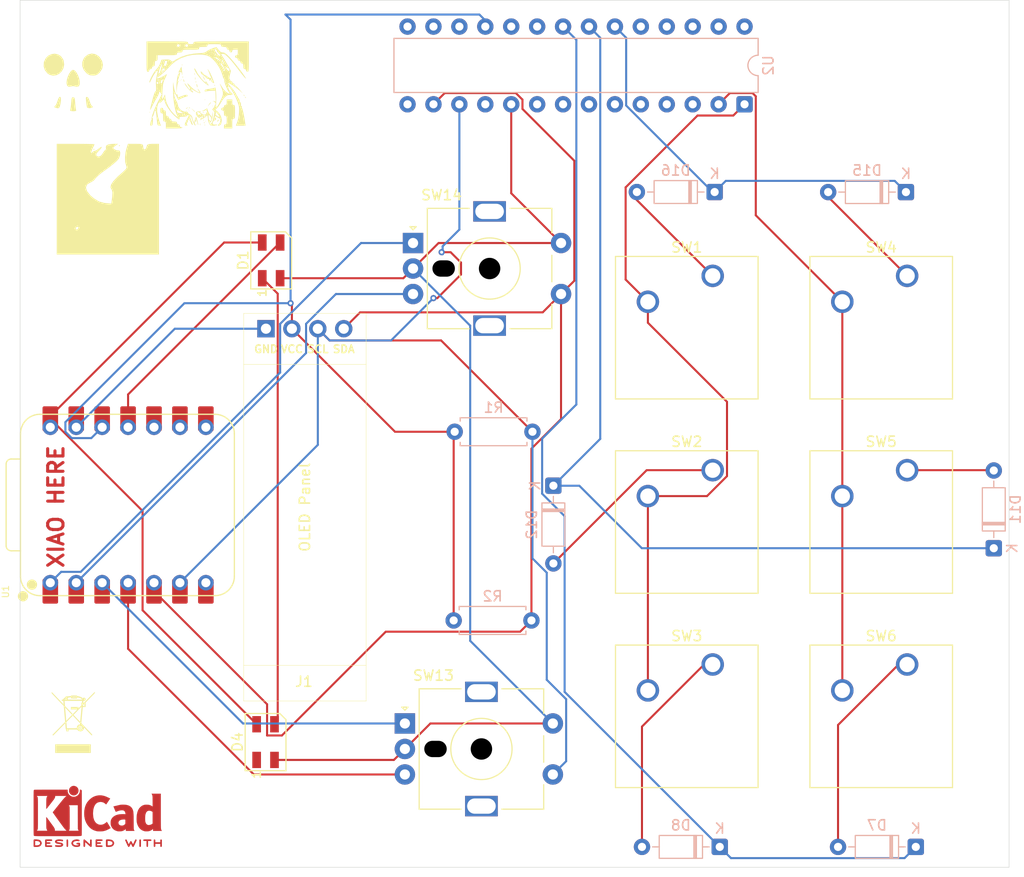
<source format=kicad_pcb>
(kicad_pcb (version 20241229) (generator "pcbnew") (generator_version "9.0")
  (layers (0 "F.Cu" signal) (2 "B.Cu" signal) (13 "F.Paste" user) (15 "B.Paste" user) (5 "F.SilkS" user "F.Silkscreen") (7 "B.SilkS" user "B.Silkscreen") (1 "F.Mask" user) (3 "B.Mask" user) (25 "Edge.Cuts" user))
  (net 0 "")
  (net 1 "Net-(D1-DOUT)")
  (net 2 "+5V")
  (net 3 "Net-(D1-DIN)")
  (net 4 "GND")
  (net 6 "Net-(D7-K)")
  (net 7 "Net-(D11-K)")
  (net 8 "Net-(D15-K)")
  (net 9 "Net-(D7-A)")
  (net 10 "Net-(D8-A)")
  (net 12 "Net-(D11-A)")
  (net 13 "Net-(D12-A)")
  (net 14 "Net-(D15-A)")
  (net 15 "Net-(D16-A)")
  (net 16 "Net-(J1-GND)")
  (net 17 "Net-(J1-VCC)")
  (net 18 "Net-(J1-SDA)")
  (net 19 "Net-(J1-SCL)")
  (net 20 "Net-(U2-GPB0)")
  (net 21 "Net-(U2-GPB1)")
  (net 22 "Net-(U1-GPIO28{slash}ADC2{slash}A2)")
  (net 23 "Net-(U1-GPIO29{slash}ADC3{slash}A3)")
  (net 24 "Net-(U1-GPIO26{slash}ADC0{slash}A0)")
  (net 25 "Net-(U1-GPIO27{slash}ADC1{slash}A1)")
  (net 32 "+3.3V")
  (footprint "miku:miku" (layer "F.Cu") (at 85.1 39.4)
    (property "Reference" "G***" (hide yes))
    (property "Value" "LOGO" (hide yes))
  )
  (footprint "Rotary_Encoder:RotaryEncoder_Alps_EC11E-Switch_Vertical_H20mm_MountingHoles" (layer "F.Cu") (at 105.4 102)
    (property "Reference" "SW13")
    (property "Value" "RotaryEncoder_Switch")
  )
  (footprint "OPL Lib:XIAO-RP2040-DIP" (layer "F.Cu") (at 78.28 80.58 90)
    (property "Reference" "U1")
    (property "Value" "XIAO-RP2040-DIP")
  )
  (footprint "Button_Switch_Keyboard:SW_Cherry_MX_1.00u_PCB" (layer "F.Cu") (at 154.61 96.22)
    (property "Reference" "SW6")
    (property "Value" "SW_Push")
  )
  (footprint "miku:phoenix" (layer "F.Cu") (at 76.3 50.6)
    (property "Reference" "G***" (hide yes))
    (property "Value" "LOGO" (hide yes))
  )
  (footprint "Rotary_Encoder:RotaryEncoder_Alps_EC11E-Switch_Vertical_H20mm_MountingHoles" (layer "F.Cu") (at 106.2 54.9)
    (property "Reference" "SW14")
    (property "Value" "RotaryEncoder_Switch")
  )
  (footprint "Button_Switch_Keyboard:SW_Cherry_MX_1.00u_PCB" (layer "F.Cu") (at 135.56 58.12)
    (property "Reference" "SW1")
    (property "Value" "SW_Push")
  )
  (footprint "miku:skull" (layer "F.Cu") (at 72.9 37.4)
    (property "Reference" "G***" (hide yes))
    (property "Value" "LOGO" (hide yes))
  )
  (footprint "KiCad-SSD1306-0.91-OLED-4pin-128x32.pretty-master:SSD1306-0.91-OLED-4pin-128x32" (layer "F.Cu") (at 89.6 99.8 90)
    (property "Reference" "J1")
    (property "Value" "Oled_monitor_custom_0.91_inch")
  )
  (footprint "Button_Switch_Keyboard:SW_Cherry_MX_1.00u_PCB" (layer "F.Cu") (at 135.56 96.22)
    (property "Reference" "SW3")
    (property "Value" "SW_Push")
  )
  (footprint "LED_SMD:LED_SK6812MINI_PLCC4_3.5x3.5mm_P1.75mm" (layer "F.Cu") (at 92.3 56.6 90)
    (property "Reference" "D1")
    (property "Value" "SK6812MINI")
  )
  (footprint "Symbol:KiCad-Logo2_5mm_Copper" (layer "F.Cu") (at 75.3 111.1)
    (property "Reference" "REF**" (hide yes))
    (property "Value" "KiCad-Logo2_5mm_Copper" (hide yes))
  )
  (footprint "Button_Switch_Keyboard:SW_Cherry_MX_1.00u_PCB" (layer "F.Cu") (at 135.56 77.17)
    (property "Reference" "SW2")
    (property "Value" "SW_Push")
  )
  (footprint "Symbol:WEEE-Logo_4.2x6mm_SilkScreen" (layer "F.Cu") (at 72.9 101.9)
    (property "Reference" "REF**" (hide yes))
    (property "Value" "WEEE-Logo_4.2x6mm_SilkScreen" (hide yes))
  )
  (footprint "LED_SMD:LED_SK6812MINI_PLCC4_3.5x3.5mm_P1.75mm" (layer "F.Cu") (at 91.75 103.825 90)
    (property "Reference" "D4")
    (property "Value" "SK6812MINI")
  )
  (footprint "Button_Switch_Keyboard:SW_Cherry_MX_1.00u_PCB" (layer "F.Cu") (at 154.61 77.17)
    (property "Reference" "SW5")
    (property "Value" "SW_Push")
  )
  (footprint "Button_Switch_Keyboard:SW_Cherry_MX_1.00u_PCB" (layer "F.Cu") (at 154.61 58.12)
    (property "Reference" "SW4")
    (property "Value" "SW_Push")
  )
  (footprint "Resistor_THT:R_Axial_DIN0207_L6.3mm_D2.5mm_P7.62mm_Horizontal" (layer "B.Cu") (at 117.9 73.4 180)
    (property "Reference" "R1")
    (property "Value" "R")
  )
  (footprint "Package_DIP:DIP-28_W7.62mm" (layer "B.Cu") (at 138.68 41.3 90)
    (property "Reference" "U2")
    (property "Value" "MCP23017_SP")
  )
  (footprint "Diode_THT:D_DO-35_SOD27_P7.62mm_Horizontal" (layer "B.Cu") (at 136.25 114.1 180)
    (property "Reference" "D8")
    (property "Value" "1N4148")
  )
  (footprint "Diode_THT:D_DO-35_SOD27_P7.62mm_Horizontal" (layer "B.Cu") (at 135.75 49.9 180)
    (property "Reference" "D16")
    (property "Value" "1N4148")
  )
  (footprint "Diode_THT:D_DO-35_SOD27_P7.62mm_Horizontal" (layer "B.Cu") (at 155.46 114.1 180)
    (property "Reference" "D7")
    (property "Value" "1N4148")
  )
  (footprint "Diode_THT:D_DO-35_SOD27_P7.62mm_Horizontal" (layer "B.Cu") (at 163.1 84.82 90)
    (property "Reference" "D11")
    (property "Value" "1N4148")
  )
  (footprint "Diode_THT:D_DO-35_SOD27_P7.62mm_Horizontal" (layer "B.Cu") (at 119.95 78.69 -90)
    (property "Reference" "D12")
    (property "Value" "1N4148")
  )
  (footprint "Resistor_THT:R_Axial_DIN0207_L6.3mm_D2.5mm_P7.62mm_Horizontal" (layer "B.Cu") (at 117.8 91.9 180)
    (property "Reference" "R2")
    (property "Value" "R")
  )
  (footprint "Diode_THT:D_DO-35_SOD27_P7.62mm_Horizontal" (layer "B.Cu") (at 154.4925 49.90625 180)
    (property "Reference" "D15")
    (property "Value" "1N4148")
  )
  (gr_rect (start 67.7 31.1) (end 164.6 116.1) (stroke (width 0.05)) (fill no) (layer "Edge.Cuts"))
  (gr_text "XIAO HERE" (at 72.1 86.9 90) (layer "F.Cu") (effects (font (size 1.5 1.5) (thickness 0.3) (bold yes)) (justify left bottom)))
  (segment (start 92.941 59.866) (end 91.425 58.35) (width 0.2) (layer "F.Cu") (net 1))
  (segment (start 92.941 101.759) (end 92.941 59.866) (width 0.2) (layer "F.Cu") (net 1))
  (segment (start 92.625 102.075) (end 92.941 101.759) (width 0.2) (layer "F.Cu") (net 1))
  (segment (start 87.69237 54.85) (end 70.66 71.88237) (width 0.2) (layer "F.Cu") (net 2))
  (segment (start 79.7 90.9) (end 79.7 81.165) (width 0.2) (layer "F.Cu") (net 2))
  (segment (start 91.425 54.85) (end 87.69237 54.85) (width 0.2) (layer "F.Cu") (net 2))
  (segment (start 70.66 71.88237) (end 70.66 72.125) (width 0.2) (layer "F.Cu") (net 2))
  (segment (start 79.7 81.165) (end 70.66 72.125) (width 0.2) (layer "F.Cu") (net 2))
  (segment (start 90.875 102.075) (end 79.7 90.9) (width 0.2) (layer "F.Cu") (net 2))
  (segment (start 78.28 69.745) (end 78.28 72.96) (width 0.2) (layer "F.Cu") (net 3))
  (segment (start 93.175 54.85) (end 78.28 69.745) (width 0.2) (layer "F.Cu") (net 3))
  (segment (start 120.7 54.9) (end 115.82 50.02) (width 0.2) (layer "F.Cu") (net 4))
  (segment (start 92.625 105.575) (end 104.325 105.575) (width 0.2) (layer "F.Cu") (net 4))
  (segment (start 108.7 54.9) (end 106.2 57.4) (width 0.2) (layer "F.Cu") (net 4))
  (segment (start 119.9 102) (end 107.9 102) (width 0.2) (layer "F.Cu") (net 4))
  (segment (start 120.7 54.9) (end 108.7 54.9) (width 0.2) (layer "F.Cu") (net 4))
  (segment (start 105.25 58.35) (end 106.2 57.4) (width 0.2) (layer "F.Cu") (net 4))
  (segment (start 93.175 58.35) (end 105.25 58.35) (width 0.2) (layer "F.Cu") (net 4))
  (segment (start 104.325 105.575) (end 105.4 104.5) (width 0.2) (layer "F.Cu") (net 4))
  (segment (start 115.82 50.02) (end 115.82 41.3) (width 0.2) (layer "F.Cu") (net 4))
  (segment (start 107.9 102) (end 105.4 104.5) (width 0.2) (layer "F.Cu") (net 4))
  (segment (start 111.799 62.999) (end 106.2 57.4) (width 0.2) (layer "B.Cu") (net 4))
  (segment (start 119.9 102) (end 111.799 93.899) (width 0.2) (layer "B.Cu") (net 4))
  (segment (start 111.799 93.899) (end 111.799 62.999) (width 0.2) (layer "B.Cu") (net 4))
  (segment (start 122.2 70.731) (end 122.2 34.98) (width 0.2) (layer "B.Cu") (net 6))
  (segment (start 137.351 115.201) (end 136.25 114.1) (width 0.2) (layer "B.Cu") (net 6))
  (segment (start 118.849 79.47516) (end 118.849 74.082) (width 0.2) (layer "B.Cu") (net 6))
  (segment (start 121.051 98.901) (end 121.051 81.67716) (width 0.2) (layer "B.Cu") (net 6))
  (segment (start 121.051 81.67716) (end 118.849 79.47516) (width 0.2) (layer "B.Cu") (net 6))
  (segment (start 136.25 114.1) (end 121.051 98.901) (width 0.2) (layer "B.Cu") (net 6))
  (segment (start 122.2 34.98) (end 120.9 33.68) (width 0.2) (layer "B.Cu") (net 6))
  (segment (start 154.359 115.201) (end 137.351 115.201) (width 0.2) (layer "B.Cu") (net 6))
  (segment (start 118.849 74.082) (end 122.2 70.731) (width 0.2) (layer "B.Cu") (net 6))
  (segment (start 155.46 114.1) (end 154.359 115.201) (width 0.2) (layer "B.Cu") (net 6))
  (segment (start 122.49 78.69) (end 119.95 78.69) (width 0.2) (layer "B.Cu") (net 7))
  (segment (start 128.62 84.82) (end 122.49 78.69) (width 0.2) (layer "B.Cu") (net 7))
  (segment (start 119.95 78.69) (end 124.541 74.099) (width 0.2) (layer "B.Cu") (net 7))
  (segment (start 163.1 84.82) (end 128.62 84.82) (width 0.2) (layer "B.Cu") (net 7))
  (segment (start 124.541 74.099) (end 124.541 34.781) (width 0.2) (layer "B.Cu") (net 7))
  (segment (start 124.541 34.781) (end 123.44 33.68) (width 0.2) (layer "B.Cu") (net 7))
  (segment (start 135.56295 49.9) (end 127.081 41.41805) (width 0.2) (layer "B.Cu") (net 8))
  (segment (start 135.75 49.9) (end 135.56295 49.9) (width 0.2) (layer "B.Cu") (net 8))
  (segment (start 136.84475 48.80525) (end 135.75 49.9) (width 0.2) (layer "B.Cu") (net 8))
  (segment (start 153.3915 48.80525) (end 136.84475 48.80525) (width 0.2) (layer "B.Cu") (net 8))
  (segment (start 154.4925 49.90625) (end 153.3915 48.80525) (width 0.2) (layer "B.Cu") (net 8))
  (segment (start 127.081 34.781) (end 125.98 33.68) (width 0.2) (layer "B.Cu") (net 8))
  (segment (start 127.081 41.41805) (end 127.081 34.781) (width 0.2) (layer "B.Cu") (net 8))
  (segment (start 147.84 102.14847) (end 147.84 114.1) (width 0.2) (layer "F.Cu") (net 9))
  (segment (start 153.76847 96.22) (end 147.84 102.14847) (width 0.2) (layer "F.Cu") (net 9))
  (segment (start 154.61 96.22) (end 153.76847 96.22) (width 0.2) (layer "F.Cu") (net 9))
  (segment (start 134.71847 96.22) (end 128.63 102.30847) (width 0.2) (layer "F.Cu") (net 10))
  (segment (start 135.56 96.22) (end 134.71847 96.22) (width 0.2) (layer "F.Cu") (net 10))
  (segment (start 128.63 102.30847) (end 128.63 114.1) (width 0.2) (layer "F.Cu") (net 10))
  (segment (start 154.61 77.17) (end 163.07 77.17) (width 0.2) (layer "F.Cu") (net 12))
  (segment (start 163.07 77.17) (end 163.1 77.2) (width 0.2) (layer "F.Cu") (net 12))
  (segment (start 135.56 77.17) (end 129.09 77.17) (width 0.2) (layer "F.Cu") (net 13))
  (segment (start 129.09 77.17) (end 119.95 86.31) (width 0.2) (layer "F.Cu") (net 13))
  (segment (start 146.8725 50.3825) (end 146.8725 49.90625) (width 0.2) (layer "F.Cu") (net 14))
  (segment (start 154.61 58.12) (end 146.8725 50.3825) (width 0.2) (layer "F.Cu") (net 14))
  (segment (start 135.56 58.12) (end 128.13 50.69) (width 0.2) (layer "F.Cu") (net 15))
  (segment (start 128.13 50.69) (end 128.13 49.9) (width 0.2) (layer "F.Cu") (net 15))
  (segment (start 73.2 72.96) (end 82.86 63.3) (width 0.2) (layer "B.Cu") (net 16))
  (segment (start 82.86 63.3) (end 91.79 63.3) (width 0.2) (layer "B.Cu") (net 16))
  (segment (start 94.2 60.8) (end 94.33 60.93) (width 0.2) (layer "F.Cu") (net 17))
  (segment (start 104.43 73.4) (end 94.33 63.3) (width 0.2) (layer "F.Cu") (net 17))
  (segment (start 110.18 73.5) (end 110.28 73.4) (width 0.2) (layer "F.Cu") (net 17))
  (segment (start 110.18 91.9) (end 110.18 73.5) (width 0.2) (layer "F.Cu") (net 17))
  (segment (start 110.28 73.4) (end 104.43 73.4) (width 0.2) (layer "F.Cu") (net 17))
  (segment (start 94.33 60.93) (end 94.33 63.3) (width 0.2) (layer "F.Cu") (net 17))
  (via (at 94.2 60.8) (size 0.6) (drill 0.3) (layers "F.Cu" "B.Cu") (net 17))
  (segment (start 72.137 73.40031) (end 72.137 72.463) (width 0.2) (layer "B.Cu") (net 17))
  (segment (start 75.74 72.96) (end 74.677 74.023) (width 0.2) (layer "B.Cu") (net 17))
  (segment (start 72.75969 74.023) (end 72.137 73.40031) (width 0.2) (layer "B.Cu") (net 17))
  (segment (start 93.7 32.5) (end 112.7 32.5) (width 0.2) (layer "B.Cu") (net 17))
  (segment (start 83.8 60.8) (end 94.2 60.8) (width 0.2) (layer "B.Cu") (net 17))
  (segment (start 113.28 33.08) (end 113.28 33.68) (width 0.2) (layer "B.Cu") (net 17))
  (segment (start 94.2 60.8) (end 94.2 33) (width 0.2) (layer "B.Cu") (net 17))
  (segment (start 94.2 33) (end 93.7 32.5) (width 0.2) (layer "B.Cu") (net 17))
  (segment (start 74.677 74.023) (end 72.75969 74.023) (width 0.2) (layer "B.Cu") (net 17))
  (segment (start 72.137 72.463) (end 83.8 60.8) (width 0.2) (layer "B.Cu") (net 17))
  (segment (start 112.7 32.5) (end 113.28 33.08) (width 0.2) (layer "B.Cu") (net 17))
  (segment (start 120.7 59.9) (end 120.7 72.15705) (width 0.2) (layer "F.Cu") (net 18))
  (segment (start 93.351 103.176) (end 91.899 103.176) (width 0.2) (layer "F.Cu") (net 18))
  (segment (start 116.921 40.84395) (end 116.27605 40.199) (width 0.2) (layer "F.Cu") (net 18))
  (segment (start 116.699 93.001) (end 103.526 93.001) (width 0.2) (layer "F.Cu") (net 18))
  (segment (start 117.8 91.9) (end 116.699 93.001) (width 0.2) (layer "F.Cu") (net 18))
  (segment (start 91.899 100.114) (end 80.82 89.035) (width 0.2) (layer "F.Cu") (net 18))
  (segment (start 116.27605 40.199) (end 109.301 40.199) (width 0.2) (layer "F.Cu") (net 18))
  (segment (start 99.41 63.3) (end 101.011 61.699) (width 0.2) (layer "F.Cu") (net 18))
  (segment (start 122.001 58.599) (end 122.001 46.83605) (width 0.2) (layer "F.Cu") (net 18))
  (segment (start 91.899 103.176) (end 91.899 100.114) (width 0.2) (layer "F.Cu") (net 18))
  (segment (start 103.526 93.001) (end 93.351 103.176) (width 0.2) (layer "F.Cu") (net 18))
  (segment (start 117.8 75.05705) (end 117.8 91.9) (width 0.2) (layer "F.Cu") (net 18))
  (segment (start 109.301 40.199) (end 108.2 41.3) (width 0.2) (layer "F.Cu") (net 18))
  (segment (start 101.011 61.699) (end 118.901 61.699) (width 0.2) (layer "F.Cu") (net 18))
  (segment (start 120.7 72.15705) (end 117.8 75.05705) (width 0.2) (layer "F.Cu") (net 18))
  (segment (start 122.001 46.83605) (end 116.921 41.75605) (width 0.2) (layer "F.Cu") (net 18))
  (segment (start 120.7 59.9) (end 122.001 58.599) (width 0.2) (layer "F.Cu") (net 18))
  (segment (start 80.82 89.035) (end 80.82 88.2) (width 0.2) (layer "F.Cu") (net 18))
  (segment (start 118.901 61.699) (end 120.7 59.9) (width 0.2) (layer "F.Cu") (net 18))
  (segment (start 116.921 41.75605) (end 116.921 40.84395) (width 0.2) (layer "F.Cu") (net 18))
  (segment (start 117.9 73.4) (end 108.951 64.451) (width 0.2) (layer "F.Cu") (net 19))
  (segment (start 110.901 57.980313) (end 108.581313 60.3) (width 0.2) (layer "F.Cu") (net 19))
  (segment (start 109.881313 55.8) (end 110.901 56.819687) (width 0.2) (layer "F.Cu") (net 19))
  (segment (start 108.581313 60.3) (end 108.2 60.3) (width 0.2) (layer "F.Cu") (net 19))
  (segment (start 109 55.8) (end 109.881313 55.8) (width 0.2) (layer "F.Cu") (net 19))
  (segment (start 110.901 56.819687) (end 110.901 57.980313) (width 0.2) (layer "F.Cu") (net 19))
  (segment (start 98.021 64.451) (end 96.87 63.3) (width 0.2) (layer "F.Cu") (net 19))
  (segment (start 108.951 64.451) (end 98.021 64.451) (width 0.2) (layer "F.Cu") (net 19))
  (via (at 108.2 60.3) (size 0.6) (drill 0.3) (layers "F.Cu" "B.Cu") (net 19))
  (via (at 109 55.8) (size 0.6) (drill 0.3) (layers "F.Cu" "B.Cu") (net 19))
  (segment (start 110.74 53.578687) (end 109.1 55.218687) (width 0.2) (layer "B.Cu") (net 19))
  (segment (start 109.1 55.218687) (end 109.1 55.999) (width 0.2) (layer "B.Cu") (net 19))
  (segment (start 96.87 74.69) (end 96.87 63.3) (width 0.2) (layer "B.Cu") (net 19))
  (segment (start 121.201 105.699) (end 121.201 99.6181) (width 0.2) (layer "B.Cu") (net 19))
  (segment (start 117.9 85.81705) (end 117.9 73.4) (width 0.2) (layer "B.Cu") (net 19))
  (segment (start 83.36 88.2) (end 96.87 74.69) (width 0.2) (layer "B.Cu") (net 19))
  (segment (start 98.021 64.451) (end 96.87 63.3) (width 0.2) (layer "B.Cu") (net 19))
  (segment (start 119.3 97.7171) (end 119.3 87.21705) (width 0.2) (layer "B.Cu") (net 19))
  (segment (start 109.1 55.9) (end 109 55.8) (width 0.2) (layer "B.Cu") (net 19))
  (segment (start 108.2 60.3) (end 104.049 64.451) (width 0.2) (layer "B.Cu") (net 19))
  (segment (start 110.74 41.3) (end 110.74 53.578687) (width 0.2) (layer "B.Cu") (net 19))
  (segment (start 104.049 64.451) (end 98.021 64.451) (width 0.2) (layer "B.Cu") (net 19))
  (segment (start 109.1 55.999) (end 109.1 55.9) (width 0.2) (layer "B.Cu") (net 19))
  (segment (start 121.201 99.6181) (end 119.3 97.7171) (width 0.2) (layer "B.Cu") (net 19))
  (segment (start 119.9 107) (end 121.201 105.699) (width 0.2) (layer "B.Cu") (net 19))
  (segment (start 119.3 87.21705) (end 117.9 85.81705) (width 0.2) (layer "B.Cu") (net 19))
  (segment (start 137.579 42.401) (end 138.68 41.3) (width 0.2) (layer "F.Cu") (net 20))
  (segment (start 129.21 79.71) (end 135.001314 79.71) (width 0.2) (layer "F.Cu") (net 20))
  (segment (start 127.029 49.44395) (end 134.07195 42.401) (width 0.2) (layer "F.Cu") (net 20))
  (segment (start 134.07195 42.401) (end 137.579 42.401) (width 0.2) (layer "F.Cu") (net 20))
  (segment (start 127.029 58.479) (end 127.029 49.44395) (width 0.2) (layer "F.Cu") (net 20))
  (segment (start 135.001314 79.71) (end 136.961 77.750314) (width 0.2) (layer "F.Cu") (net 20))
  (segment (start 129.21 60.66) (end 127.029 58.479) (width 0.2) (layer "F.Cu") (net 20))
  (segment (start 129.21 98.76) (end 129.21 79.71) (width 0.2) (layer "F.Cu") (net 20))
  (segment (start 129.21 62.714816) (end 129.21 60.66) (width 0.2) (layer "F.Cu") (net 20))
  (segment (start 136.961 70.465816) (end 129.21 62.714816) (width 0.2) (layer "F.Cu") (net 20))
  (segment (start 136.961 77.750314) (end 136.961 70.465816) (width 0.2) (layer "F.Cu") (net 20))
  (segment (start 148.26 79.71) (end 148.26 98.76) (width 0.2) (layer "F.Cu") (net 21))
  (segment (start 148.26 79.71) (end 148.26 60.66) (width 0.2) (layer "F.Cu") (net 21))
  (segment (start 139.781 40.51484) (end 139.46516 40.199) (width 0.2) (layer "F.Cu") (net 21))
  (segment (start 148.26 60.66) (end 139.781 52.181) (width 0.2) (layer "F.Cu") (net 21))
  (segment (start 137.241 40.199) (end 136.14 41.3) (width 0.2) (layer "F.Cu") (net 21))
  (segment (start 139.46516 40.199) (end 137.241 40.199) (width 0.2) (layer "F.Cu") (net 21))
  (segment (start 139.781 52.181) (end 139.781 40.51484) (width 0.2) (layer "F.Cu") (net 21))
  (segment (start 105.4 102) (end 89.54 102) (width 0.2) (layer "B.Cu") (net 22))
  (segment (start 89.54 102) (end 75.74 88.2) (width 0.2) (layer "B.Cu") (net 22))
  (segment (start 105.4 107) (end 90.6 107) (width 0.2) (layer "F.Cu") (net 23))
  (segment (start 90.6 107) (end 78.28 94.68) (width 0.2) (layer "F.Cu") (net 23))
  (segment (start 78.28 94.68) (end 78.28 88.2) (width 0.2) (layer "F.Cu") (net 23))
  (segment (start 71.723 87.137) (end 73.64031 87.137) (width 0.2) (layer "B.Cu") (net 24))
  (segment (start 93.179 67.59831) (end 93.179 62.82324) (width 0.2) (layer "B.Cu") (net 24))
  (segment (start 101.10224 54.9) (end 106.2 54.9) (width 0.2) (layer "B.Cu") (net 24))
  (segment (start 70.66 88.2) (end 71.723 87.137) (width 0.2) (layer "B.Cu") (net 24))
  (segment (start 73.64031 87.137) (end 93.179 67.59831) (width 0.2) (layer "B.Cu") (net 24))
  (segment (start 93.179 62.82324) (end 101.10224 54.9) (width 0.2) (layer "B.Cu") (net 24))
  (segment (start 98.64224 59.9) (end 106.2 59.9) (width 0.2) (layer "B.Cu") (net 25))
  (segment (start 95.719 62.82324) (end 98.64224 59.9) (width 0.2) (layer "B.Cu") (net 25))
  (segment (start 95.719 65.681) (end 95.719 62.82324) (width 0.2) (layer "B.Cu") (net 25))
  (segment (start 73.2 88.2) (end 95.719 65.681) (width 0.2) (layer "B.Cu") (net 25))
)
</source>
